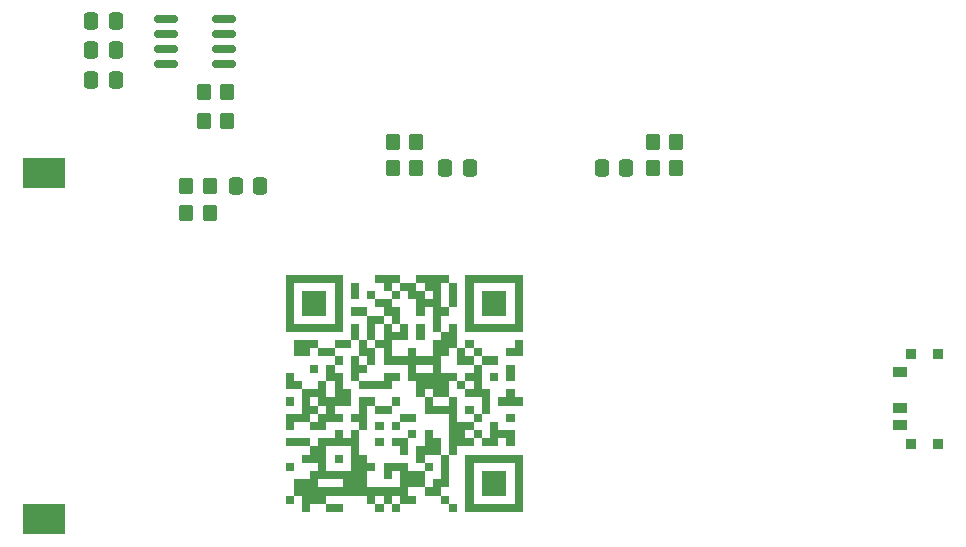
<source format=gbr>
%TF.GenerationSoftware,KiCad,Pcbnew,(6.0.8)*%
%TF.CreationDate,2022-10-23T13:20:46+08:00*%
%TF.ProjectId,LrtraPCB,4c727472-6150-4434-922e-6b696361645f,rev?*%
%TF.SameCoordinates,Original*%
%TF.FileFunction,Soldermask,Bot*%
%TF.FilePolarity,Negative*%
%FSLAX46Y46*%
G04 Gerber Fmt 4.6, Leading zero omitted, Abs format (unit mm)*
G04 Created by KiCad (PCBNEW (6.0.8)) date 2022-10-23 13:20:46*
%MOMM*%
%LPD*%
G01*
G04 APERTURE LIST*
G04 Aperture macros list*
%AMRoundRect*
0 Rectangle with rounded corners*
0 $1 Rounding radius*
0 $2 $3 $4 $5 $6 $7 $8 $9 X,Y pos of 4 corners*
0 Add a 4 corners polygon primitive as box body*
4,1,4,$2,$3,$4,$5,$6,$7,$8,$9,$2,$3,0*
0 Add four circle primitives for the rounded corners*
1,1,$1+$1,$2,$3*
1,1,$1+$1,$4,$5*
1,1,$1+$1,$6,$7*
1,1,$1+$1,$8,$9*
0 Add four rect primitives between the rounded corners*
20,1,$1+$1,$2,$3,$4,$5,0*
20,1,$1+$1,$4,$5,$6,$7,0*
20,1,$1+$1,$6,$7,$8,$9,0*
20,1,$1+$1,$8,$9,$2,$3,0*%
G04 Aperture macros list end*
%ADD10RoundRect,0.250000X-0.337500X-0.475000X0.337500X-0.475000X0.337500X0.475000X-0.337500X0.475000X0*%
%ADD11RoundRect,0.250000X-0.350000X-0.450000X0.350000X-0.450000X0.350000X0.450000X-0.350000X0.450000X0*%
%ADD12RoundRect,0.250000X0.350000X0.450000X-0.350000X0.450000X-0.350000X-0.450000X0.350000X-0.450000X0*%
%ADD13RoundRect,0.250000X0.337500X0.475000X-0.337500X0.475000X-0.337500X-0.475000X0.337500X-0.475000X0*%
%ADD14R,1.250000X0.900000*%
%ADD15R,0.930000X0.850000*%
%ADD16RoundRect,0.150000X0.825000X0.150000X-0.825000X0.150000X-0.825000X-0.150000X0.825000X-0.150000X0*%
%ADD17R,3.600000X2.600000*%
G04 APERTURE END LIST*
%TO.C,https://lit.link/en/lutralutra*%
G36*
X137766060Y-131583030D02*
G01*
X136380606Y-131583030D01*
X136380606Y-130890303D01*
X137766060Y-130890303D01*
X137766060Y-131583030D01*
G37*
G36*
X139151515Y-119113940D02*
G01*
X139844242Y-119113940D01*
X139844242Y-119806667D01*
X139151515Y-119806667D01*
X139151515Y-120499394D01*
X138458788Y-120499394D01*
X138458788Y-118421212D01*
X139151515Y-118421212D01*
X139151515Y-119113940D01*
G37*
G36*
X142615151Y-128119394D02*
G01*
X141922424Y-128119394D01*
X141922424Y-128812121D01*
X141229697Y-128812121D01*
X141229697Y-127426667D01*
X143307879Y-127426667D01*
X143307879Y-128119394D01*
X144693333Y-128119394D01*
X144693333Y-127426667D01*
X144000606Y-127426667D01*
X144000606Y-126041212D01*
X144693333Y-126041212D01*
X144693333Y-124655758D01*
X145386060Y-124655758D01*
X145386060Y-125348485D01*
X146078788Y-125348485D01*
X146078788Y-126733940D01*
X144693333Y-126733940D01*
X144693333Y-127426667D01*
X145386060Y-127426667D01*
X145386060Y-128119394D01*
X144693333Y-128119394D01*
X144693333Y-129504849D01*
X145386060Y-129504849D01*
X145386060Y-128812121D01*
X146078788Y-128812121D01*
X146078788Y-126733940D01*
X146771515Y-126733940D01*
X146771515Y-129504849D01*
X146078788Y-129504849D01*
X146078788Y-130197576D01*
X144693333Y-130197576D01*
X144693333Y-129504849D01*
X143307879Y-129504849D01*
X143307879Y-130197576D01*
X144000606Y-130197576D01*
X144000606Y-130890303D01*
X142615151Y-130890303D01*
X142615151Y-130197576D01*
X141922424Y-130197576D01*
X141922424Y-130890303D01*
X142615151Y-130890303D01*
X142615151Y-131583030D01*
X141922424Y-131583030D01*
X141922424Y-130890303D01*
X141229697Y-130890303D01*
X141229697Y-130197576D01*
X140536970Y-130197576D01*
X140536970Y-130890303D01*
X141229697Y-130890303D01*
X141229697Y-131583030D01*
X140536970Y-131583030D01*
X140536970Y-130890303D01*
X139844242Y-130890303D01*
X139844242Y-130197576D01*
X136380606Y-130197576D01*
X136380606Y-130890303D01*
X134995151Y-130890303D01*
X134995151Y-131583030D01*
X134302424Y-131583030D01*
X134302424Y-130197576D01*
X133609697Y-130197576D01*
X133609697Y-129504849D01*
X135687879Y-129504849D01*
X137766060Y-129504849D01*
X137766060Y-128812121D01*
X135687879Y-128812121D01*
X135687879Y-129504849D01*
X133609697Y-129504849D01*
X133609697Y-128812121D01*
X134995151Y-128812121D01*
X134995151Y-128119394D01*
X135687879Y-128119394D01*
X136380606Y-128119394D01*
X138458788Y-128119394D01*
X138458788Y-126041212D01*
X136380606Y-126041212D01*
X136380606Y-128119394D01*
X135687879Y-128119394D01*
X135687879Y-127426667D01*
X134302424Y-127426667D01*
X134302424Y-126733940D01*
X134995151Y-126733940D01*
X134995151Y-126041212D01*
X135687879Y-126041212D01*
X135687879Y-125348485D01*
X137073333Y-125348485D01*
X137073333Y-124655758D01*
X137766060Y-124655758D01*
X137766060Y-125348485D01*
X138458788Y-125348485D01*
X138458788Y-124655758D01*
X139151515Y-124655758D01*
X139151515Y-126733940D01*
X139844242Y-126733940D01*
X139844242Y-127426667D01*
X140536970Y-127426667D01*
X140536970Y-128119394D01*
X139844242Y-128119394D01*
X139844242Y-129504849D01*
X142615151Y-129504849D01*
X142615151Y-128119394D01*
G37*
G36*
X136380606Y-114957576D02*
G01*
X134302424Y-114957576D01*
X134302424Y-112879394D01*
X136380606Y-112879394D01*
X136380606Y-114957576D01*
G37*
G36*
X133609697Y-130890303D02*
G01*
X132993939Y-130890303D01*
X132993939Y-130197576D01*
X133609697Y-130197576D01*
X133609697Y-130890303D01*
G37*
G36*
X148156970Y-117728485D02*
G01*
X148156970Y-117035758D01*
X148849697Y-117035758D01*
X148849697Y-117728485D01*
X148156970Y-117728485D01*
X148156970Y-118421212D01*
X148849697Y-118421212D01*
X148849697Y-119113940D01*
X149542424Y-119113940D01*
X149542424Y-121192121D01*
X150235151Y-121192121D01*
X150235151Y-123270303D01*
X149542424Y-123270303D01*
X149542424Y-121884849D01*
X148156970Y-121884849D01*
X148156970Y-121192121D01*
X148849697Y-121192121D01*
X148849697Y-120499394D01*
X148156970Y-120499394D01*
X148156970Y-119806667D01*
X148849697Y-119806667D01*
X148849697Y-119113940D01*
X147464242Y-119113940D01*
X147464242Y-117728485D01*
X146771515Y-117728485D01*
X146771515Y-118421212D01*
X146078788Y-118421212D01*
X146078788Y-119806667D01*
X147464242Y-119806667D01*
X147464242Y-120499394D01*
X146771515Y-120499394D01*
X146771515Y-121884849D01*
X147464242Y-121884849D01*
X147464242Y-123963030D01*
X148849697Y-123963030D01*
X148849697Y-123270303D01*
X149542424Y-123270303D01*
X149542424Y-123963030D01*
X148849697Y-123963030D01*
X148849697Y-124655758D01*
X148156970Y-124655758D01*
X148156970Y-125348485D01*
X148849697Y-125348485D01*
X148849697Y-126041212D01*
X147464242Y-126041212D01*
X147464242Y-126733940D01*
X146771515Y-126733940D01*
X146771515Y-123270303D01*
X144693333Y-123270303D01*
X144693333Y-121884849D01*
X145386060Y-121884849D01*
X145386060Y-122577576D01*
X146771515Y-122577576D01*
X146771515Y-121884849D01*
X145386060Y-121884849D01*
X145386060Y-121192121D01*
X144693333Y-121192121D01*
X144693333Y-121884849D01*
X144000606Y-121884849D01*
X144000606Y-120499394D01*
X143307879Y-120499394D01*
X143307879Y-119806667D01*
X144000606Y-119806667D01*
X145386060Y-119806667D01*
X145386060Y-119113940D01*
X144000606Y-119113940D01*
X144000606Y-119806667D01*
X143307879Y-119806667D01*
X143307879Y-119113940D01*
X141229697Y-119113940D01*
X141229697Y-118421212D01*
X141922424Y-118421212D01*
X143307879Y-118421212D01*
X143307879Y-117728485D01*
X144000606Y-117728485D01*
X144000606Y-118421212D01*
X145386060Y-118421212D01*
X145386060Y-117035758D01*
X146078788Y-117035758D01*
X146078788Y-116343030D01*
X145386060Y-116343030D01*
X145386060Y-114264849D01*
X144693333Y-114264849D01*
X144693333Y-114957576D01*
X144000606Y-114957576D01*
X144000606Y-113572121D01*
X143307879Y-113572121D01*
X143307879Y-112879394D01*
X144000606Y-112879394D01*
X144693333Y-112879394D01*
X144693333Y-113572121D01*
X145386060Y-113572121D01*
X145386060Y-112879394D01*
X144693333Y-112879394D01*
X144693333Y-112186667D01*
X144000606Y-112186667D01*
X144000606Y-112879394D01*
X143307879Y-112879394D01*
X142615151Y-112879394D01*
X142615151Y-112186667D01*
X141922424Y-112186667D01*
X141922424Y-112879394D01*
X142615151Y-112879394D01*
X142615151Y-113572121D01*
X141922424Y-113572121D01*
X141922424Y-114264849D01*
X142615151Y-114264849D01*
X142615151Y-115650303D01*
X143307879Y-115650303D01*
X143307879Y-117035758D01*
X141922424Y-117035758D01*
X141922424Y-118421212D01*
X141229697Y-118421212D01*
X141229697Y-117728485D01*
X140536970Y-117728485D01*
X140536970Y-117035758D01*
X141229697Y-117035758D01*
X141229697Y-115650303D01*
X141922424Y-115650303D01*
X141922424Y-116343030D01*
X142615151Y-116343030D01*
X142615151Y-115650303D01*
X141922424Y-115650303D01*
X141922424Y-114957576D01*
X141229697Y-114957576D01*
X141229697Y-115650303D01*
X140536970Y-115650303D01*
X140536970Y-117035758D01*
X139844242Y-117035758D01*
X139844242Y-114957576D01*
X141229697Y-114957576D01*
X141229697Y-114264849D01*
X140536970Y-114264849D01*
X140536970Y-113572121D01*
X141922424Y-113572121D01*
X141922424Y-112879394D01*
X141229697Y-112879394D01*
X141229697Y-112186667D01*
X140536970Y-112186667D01*
X140536970Y-111493940D01*
X142615151Y-111493940D01*
X142615151Y-112186667D01*
X144000606Y-112186667D01*
X144000606Y-111493940D01*
X146771515Y-111493940D01*
X146771515Y-112186667D01*
X146078788Y-112186667D01*
X146078788Y-114264849D01*
X146771515Y-114264849D01*
X146771515Y-114957576D01*
X146078788Y-114957576D01*
X146078788Y-116343030D01*
X146771515Y-116343030D01*
X146771515Y-115650303D01*
X147464242Y-115650303D01*
X147464242Y-117728485D01*
X148156970Y-117728485D01*
G37*
G36*
X149542424Y-124655758D02*
G01*
X149542424Y-125348485D01*
X148849697Y-125348485D01*
X148849697Y-124655758D01*
X149542424Y-124655758D01*
G37*
G36*
X149542424Y-117728485D02*
G01*
X149542424Y-118421212D01*
X150927879Y-118421212D01*
X150927879Y-119113940D01*
X149542424Y-119113940D01*
X149542424Y-118421212D01*
X148849697Y-118421212D01*
X148849697Y-117728485D01*
X149542424Y-117728485D01*
G37*
G36*
X147464242Y-112186667D02*
G01*
X147464242Y-114264849D01*
X146771515Y-114264849D01*
X146771515Y-112186667D01*
X147464242Y-112186667D01*
G37*
G36*
X132993939Y-116343030D02*
G01*
X132993939Y-115650303D01*
X133609697Y-115650303D01*
X137073333Y-115650303D01*
X137073333Y-112186667D01*
X133609697Y-112186667D01*
X133609697Y-115650303D01*
X132993939Y-115650303D01*
X132993939Y-111493940D01*
X137766060Y-111493940D01*
X137766060Y-116343030D01*
X132993939Y-116343030D01*
G37*
G36*
X133609697Y-128119394D02*
G01*
X132993939Y-128119394D01*
X132993939Y-127426667D01*
X133609697Y-127426667D01*
X133609697Y-128119394D01*
G37*
G36*
X141229697Y-126041212D02*
G01*
X140536970Y-126041212D01*
X140536970Y-125348485D01*
X141229697Y-125348485D01*
X141229697Y-126041212D01*
G37*
G36*
X152313333Y-123963030D02*
G01*
X151620606Y-123963030D01*
X151620606Y-123270303D01*
X152313333Y-123270303D01*
X152313333Y-123963030D01*
G37*
G36*
X152313333Y-121884849D02*
G01*
X153006060Y-121884849D01*
X153006060Y-122577576D01*
X150927879Y-122577576D01*
X150927879Y-121884849D01*
X151620606Y-121884849D01*
X151620606Y-121192121D01*
X152313333Y-121192121D01*
X152313333Y-121884849D01*
G37*
G36*
X153006060Y-118421212D02*
G01*
X151620606Y-118421212D01*
X151620606Y-117728485D01*
X152313333Y-117728485D01*
X152313333Y-117035758D01*
X153006060Y-117035758D01*
X153006060Y-118421212D01*
G37*
G36*
X139844242Y-117728485D02*
G01*
X140536970Y-117728485D01*
X140536970Y-119113940D01*
X139844242Y-119113940D01*
X139844242Y-118421212D01*
X139151515Y-118421212D01*
X139151515Y-117035758D01*
X139844242Y-117035758D01*
X139844242Y-117728485D01*
G37*
G36*
X144000606Y-123963030D02*
G01*
X142615151Y-123963030D01*
X142615151Y-123270303D01*
X144000606Y-123270303D01*
X144000606Y-123963030D01*
G37*
G36*
X133609697Y-120499394D02*
G01*
X134302424Y-120499394D01*
X134302424Y-121192121D01*
X132993939Y-121192121D01*
X132993939Y-119806667D01*
X133609697Y-119806667D01*
X133609697Y-120499394D01*
G37*
G36*
X137766060Y-127426667D02*
G01*
X137073333Y-127426667D01*
X137073333Y-126733940D01*
X137766060Y-126733940D01*
X137766060Y-127426667D01*
G37*
G36*
X148156970Y-116343030D02*
G01*
X148156970Y-115650303D01*
X148849697Y-115650303D01*
X152313333Y-115650303D01*
X152313333Y-112186667D01*
X148849697Y-112186667D01*
X148849697Y-115650303D01*
X148156970Y-115650303D01*
X148156970Y-111493940D01*
X153006060Y-111493940D01*
X153006060Y-116343030D01*
X148156970Y-116343030D01*
G37*
G36*
X138458788Y-117728485D02*
G01*
X137073333Y-117728485D01*
X137073333Y-117035758D01*
X138458788Y-117035758D01*
X138458788Y-117728485D01*
G37*
G36*
X134995151Y-126041212D02*
G01*
X132993939Y-126041212D01*
X132993939Y-125348485D01*
X134995151Y-125348485D01*
X134995151Y-126041212D01*
G37*
G36*
X139844242Y-114957576D02*
G01*
X138458788Y-114957576D01*
X138458788Y-114264849D01*
X139844242Y-114264849D01*
X139844242Y-114957576D01*
G37*
G36*
X142615151Y-122577576D02*
G01*
X141922424Y-122577576D01*
X141922424Y-121884849D01*
X142615151Y-121884849D01*
X142615151Y-122577576D01*
G37*
G36*
X147464242Y-131583030D02*
G01*
X146771515Y-131583030D01*
X146771515Y-130890303D01*
X147464242Y-130890303D01*
X147464242Y-131583030D01*
G37*
G36*
X148849697Y-123270303D02*
G01*
X148156970Y-123270303D01*
X148156970Y-122577576D01*
X148849697Y-122577576D01*
X148849697Y-123270303D01*
G37*
G36*
X142615151Y-120499394D02*
G01*
X141922424Y-120499394D01*
X141922424Y-121192121D01*
X139151515Y-121192121D01*
X139151515Y-120499394D01*
X141229697Y-120499394D01*
X141229697Y-119806667D01*
X142615151Y-119806667D01*
X142615151Y-120499394D01*
G37*
G36*
X146771515Y-130890303D02*
G01*
X146078788Y-130890303D01*
X146078788Y-130197576D01*
X146771515Y-130197576D01*
X146771515Y-130890303D01*
G37*
G36*
X148156970Y-131583030D02*
G01*
X148156970Y-130890303D01*
X148849697Y-130890303D01*
X152313333Y-130890303D01*
X152313333Y-127426667D01*
X148849697Y-127426667D01*
X148849697Y-130890303D01*
X148156970Y-130890303D01*
X148156970Y-126733940D01*
X153006060Y-126733940D01*
X153006060Y-131583030D01*
X148156970Y-131583030D01*
G37*
G36*
X152313333Y-120499394D02*
G01*
X151620606Y-120499394D01*
X151620606Y-119113940D01*
X152313333Y-119113940D01*
X152313333Y-120499394D01*
G37*
G36*
X148156970Y-121192121D02*
G01*
X147464242Y-121192121D01*
X147464242Y-120499394D01*
X148156970Y-120499394D01*
X148156970Y-121192121D01*
G37*
G36*
X150927879Y-124655758D02*
G01*
X152313333Y-124655758D01*
X152313333Y-126041212D01*
X151620606Y-126041212D01*
X151620606Y-125348485D01*
X150927879Y-125348485D01*
X150927879Y-126041212D01*
X149542424Y-126041212D01*
X149542424Y-125348485D01*
X150235151Y-125348485D01*
X150235151Y-123963030D01*
X150927879Y-123963030D01*
X150927879Y-124655758D01*
G37*
G36*
X151620606Y-114957576D02*
G01*
X149542424Y-114957576D01*
X149542424Y-112879394D01*
X151620606Y-112879394D01*
X151620606Y-114957576D01*
G37*
G36*
X142615151Y-124655758D02*
G01*
X141922424Y-124655758D01*
X141922424Y-123963030D01*
X142615151Y-123963030D01*
X142615151Y-124655758D01*
G37*
G36*
X135687879Y-119806667D02*
G01*
X134995151Y-119806667D01*
X134995151Y-119113940D01*
X135687879Y-119113940D01*
X135687879Y-119806667D01*
G37*
G36*
X144000606Y-125348485D02*
G01*
X143307879Y-125348485D01*
X143307879Y-124655758D01*
X144000606Y-124655758D01*
X144000606Y-125348485D01*
G37*
G36*
X137073333Y-118421212D02*
G01*
X135687879Y-118421212D01*
X135687879Y-117728485D01*
X137073333Y-117728485D01*
X137073333Y-118421212D01*
G37*
G36*
X135687879Y-117728485D02*
G01*
X134995151Y-117728485D01*
X134995151Y-118421212D01*
X133609697Y-118421212D01*
X133609697Y-117035758D01*
X135687879Y-117035758D01*
X135687879Y-117728485D01*
G37*
G36*
X144693333Y-117035758D02*
G01*
X144000606Y-117035758D01*
X144000606Y-115650303D01*
X144693333Y-115650303D01*
X144693333Y-117035758D01*
G37*
G36*
X141229697Y-124655758D02*
G01*
X140536970Y-124655758D01*
X140536970Y-123963030D01*
X141229697Y-123963030D01*
X141229697Y-124655758D01*
G37*
G36*
X140536970Y-113572121D02*
G01*
X139844242Y-113572121D01*
X139844242Y-112879394D01*
X140536970Y-112879394D01*
X140536970Y-113572121D01*
G37*
G36*
X143307879Y-126733940D02*
G01*
X142615151Y-126733940D01*
X142615151Y-126041212D01*
X141922424Y-126041212D01*
X141922424Y-125348485D01*
X143307879Y-125348485D01*
X143307879Y-126733940D01*
G37*
G36*
X133609697Y-122577576D02*
G01*
X132993939Y-122577576D01*
X132993939Y-121884849D01*
X133609697Y-121884849D01*
X133609697Y-122577576D01*
G37*
G36*
X137766060Y-123963030D02*
G01*
X136380606Y-123963030D01*
X136380606Y-124655758D01*
X134995151Y-124655758D01*
X134995151Y-123963030D01*
X135687879Y-123963030D01*
X135687879Y-123270303D01*
X136380606Y-123270303D01*
X136380606Y-122577576D01*
X135687879Y-122577576D01*
X135687879Y-121884849D01*
X136380606Y-121884849D01*
X137073333Y-121884849D01*
X137073333Y-120499394D01*
X136380606Y-120499394D01*
X136380606Y-121884849D01*
X135687879Y-121884849D01*
X134995151Y-121884849D01*
X134995151Y-122577576D01*
X135687879Y-122577576D01*
X135687879Y-123270303D01*
X134995151Y-123270303D01*
X134995151Y-123963030D01*
X133609697Y-123963030D01*
X133609697Y-124655758D01*
X132993939Y-124655758D01*
X132993939Y-123270303D01*
X134302424Y-123270303D01*
X134302424Y-121192121D01*
X135687879Y-121192121D01*
X135687879Y-120499394D01*
X136380606Y-120499394D01*
X136380606Y-119113940D01*
X137073333Y-119113940D01*
X137073333Y-119806667D01*
X137766060Y-119806667D01*
X137766060Y-121192121D01*
X138458788Y-121192121D01*
X138458788Y-122577576D01*
X137073333Y-122577576D01*
X137073333Y-123270303D01*
X137766060Y-123270303D01*
X137766060Y-123963030D01*
G37*
G36*
X140536970Y-122577576D02*
G01*
X139844242Y-122577576D01*
X139844242Y-124655758D01*
X139151515Y-124655758D01*
X139151515Y-123963030D01*
X138458788Y-123963030D01*
X138458788Y-123270303D01*
X139151515Y-123270303D01*
X139151515Y-121884849D01*
X140536970Y-121884849D01*
X140536970Y-122577576D01*
G37*
G36*
X150927879Y-120499394D02*
G01*
X150235151Y-120499394D01*
X150235151Y-119806667D01*
X150927879Y-119806667D01*
X150927879Y-120499394D01*
G37*
G36*
X137766060Y-119113940D02*
G01*
X137073333Y-119113940D01*
X137073333Y-118421212D01*
X137766060Y-118421212D01*
X137766060Y-119113940D01*
G37*
G36*
X139151515Y-113572121D02*
G01*
X138458788Y-113572121D01*
X138458788Y-112186667D01*
X139151515Y-112186667D01*
X139151515Y-113572121D01*
G37*
G36*
X151620606Y-130197576D02*
G01*
X149542424Y-130197576D01*
X149542424Y-128119394D01*
X151620606Y-128119394D01*
X151620606Y-130197576D01*
G37*
G36*
X139151515Y-117035758D02*
G01*
X138458788Y-117035758D01*
X138458788Y-115650303D01*
X139151515Y-115650303D01*
X139151515Y-117035758D01*
G37*
G36*
X141922424Y-123270303D02*
G01*
X140536970Y-123270303D01*
X140536970Y-122577576D01*
X141922424Y-122577576D01*
X141922424Y-123270303D01*
G37*
%TO.C,G\u002A\u002A\u002A*%
G36*
X169366287Y-129142570D02*
G01*
X169356215Y-129152642D01*
X169346144Y-129142570D01*
X169356215Y-129132499D01*
X169366287Y-129142570D01*
G37*
%TD*%
D10*
%TO.C,C4*%
X159712500Y-102500000D03*
X161787500Y-102500000D03*
%TD*%
D11*
%TO.C,R2*%
X126000000Y-98500000D03*
X128000000Y-98500000D03*
%TD*%
D10*
%TO.C,C1*%
X116462500Y-90018375D03*
X118537500Y-90018375D03*
%TD*%
D12*
%TO.C,R5*%
X166000000Y-100250000D03*
X164000000Y-100250000D03*
%TD*%
D13*
%TO.C,C3*%
X130787500Y-104000000D03*
X128712500Y-104000000D03*
%TD*%
D14*
%TO.C,SW1*%
X184925000Y-124250000D03*
X184925000Y-122750000D03*
X184925000Y-119750000D03*
D15*
X185865000Y-118175000D03*
X188135000Y-125825000D03*
X188135000Y-118175000D03*
X185865000Y-125825000D03*
%TD*%
D13*
%TO.C,C6*%
X118537500Y-95000000D03*
X116462500Y-95000000D03*
%TD*%
D16*
%TO.C,U1*%
X127725000Y-89863375D03*
X127725000Y-91133375D03*
X127725000Y-92403375D03*
X127725000Y-93673375D03*
X122775000Y-93673375D03*
X122775000Y-92403375D03*
X122775000Y-91133375D03*
X122775000Y-89863375D03*
%TD*%
D12*
%TO.C,R8*%
X144000000Y-100250000D03*
X142000000Y-100250000D03*
%TD*%
D13*
%TO.C,C5*%
X148537500Y-102500000D03*
X146462500Y-102500000D03*
%TD*%
D11*
%TO.C,R3*%
X124500000Y-106250000D03*
X126500000Y-106250000D03*
%TD*%
D17*
%TO.C,BT1*%
X112500000Y-102850000D03*
X112500000Y-132150000D03*
%TD*%
D11*
%TO.C,R6*%
X164000000Y-102500000D03*
X166000000Y-102500000D03*
%TD*%
%TO.C,R7*%
X142000000Y-102500000D03*
X144000000Y-102500000D03*
%TD*%
D13*
%TO.C,C2*%
X118537500Y-92500000D03*
X116462500Y-92500000D03*
%TD*%
D12*
%TO.C,R4*%
X126500000Y-104000000D03*
X124500000Y-104000000D03*
%TD*%
%TO.C,R1*%
X128000000Y-96000000D03*
X126000000Y-96000000D03*
%TD*%
M02*

</source>
